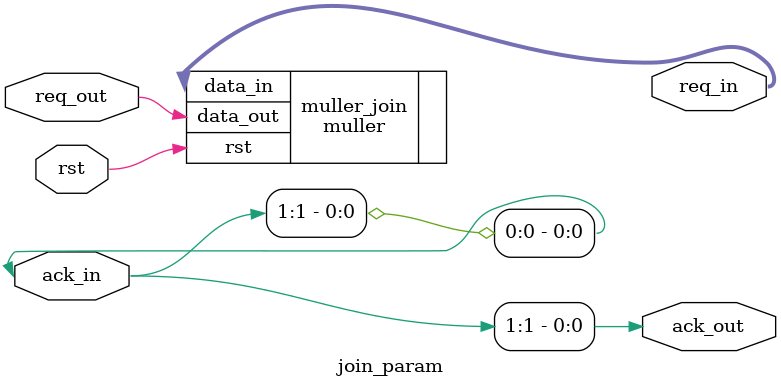
<source format=sv>
module join_param #(
    parameter               size = 2     // Size - Number of inputs
    )(
    input  logic             req_out,    // Main request
    output logic             ack_out,    // Main acknowledge

    output logic   [size-1:0] req_in,    // Request input vector
    input  logic   [size-1:0] ack_in,    // Acknowledge input vector

    input  logic                 rst     // Circuit asyncronous reset -> request = 0
);

// Instantiation of Muller Gate ================================================
muller #(.size(size)) muller_join (.data_in(req_in), .data_out(req_out), .rst (rst));

// == Main Code ================================================================
assign ack_in = {size{ack_out}}; // Repeat operator - Connects all input vector to ack_out

endmodule
</source>
